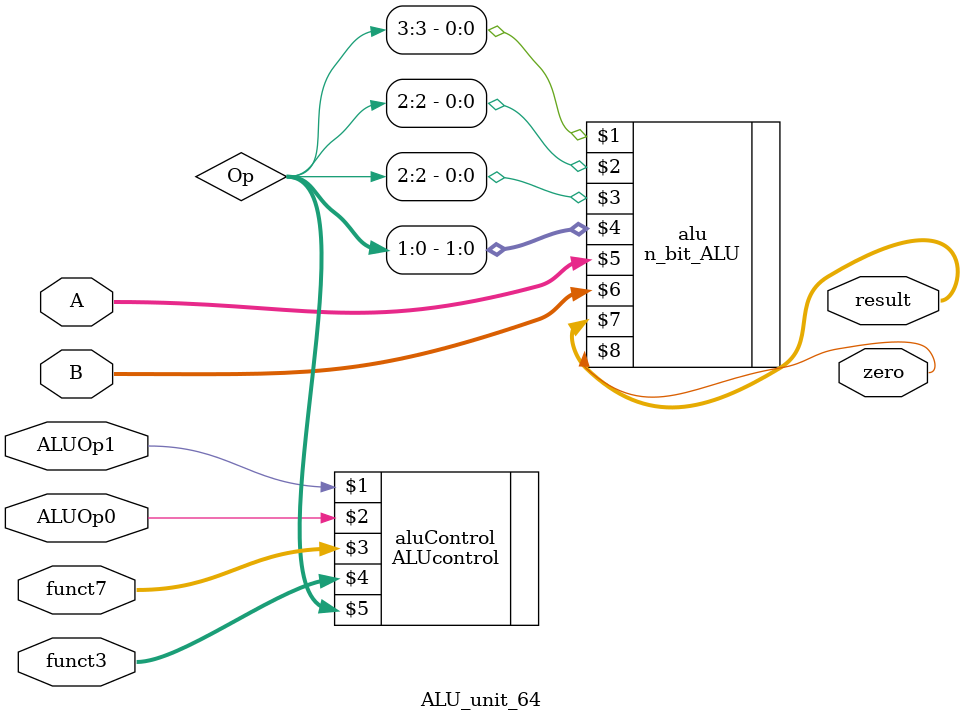
<source format=v>
/*****************************************************
* 64 bit ALU unit
* October 23, 2018
******************************************************/

`include "n_bit_ALU.v"
`include "ALUcontrol.v"

module ALU_unit_64(
input[N-1:0] A, B,
input ALUOp1, ALUOp0,
input[6:0] funct7,
input[2:0] funct3,
output[N-1:0] result,
output zero
);

parameter N = 64;
//reg zero;
wire[3:0] Op;

ALUcontrol aluControl(ALUOp1, ALUOp0, funct7, funct3, Op);

n_bit_ALU alu(Op[3], Op[2], Op[2], Op[1:0], A, B, result, zero);

/*
always @ (result,A,B,ALUOp0,ALUOp1,funct3,funct7) begin

	if(result == 0)
		zero = 1;
	else
		assign zero = 0;
	
end
*/
endmodule

</source>
